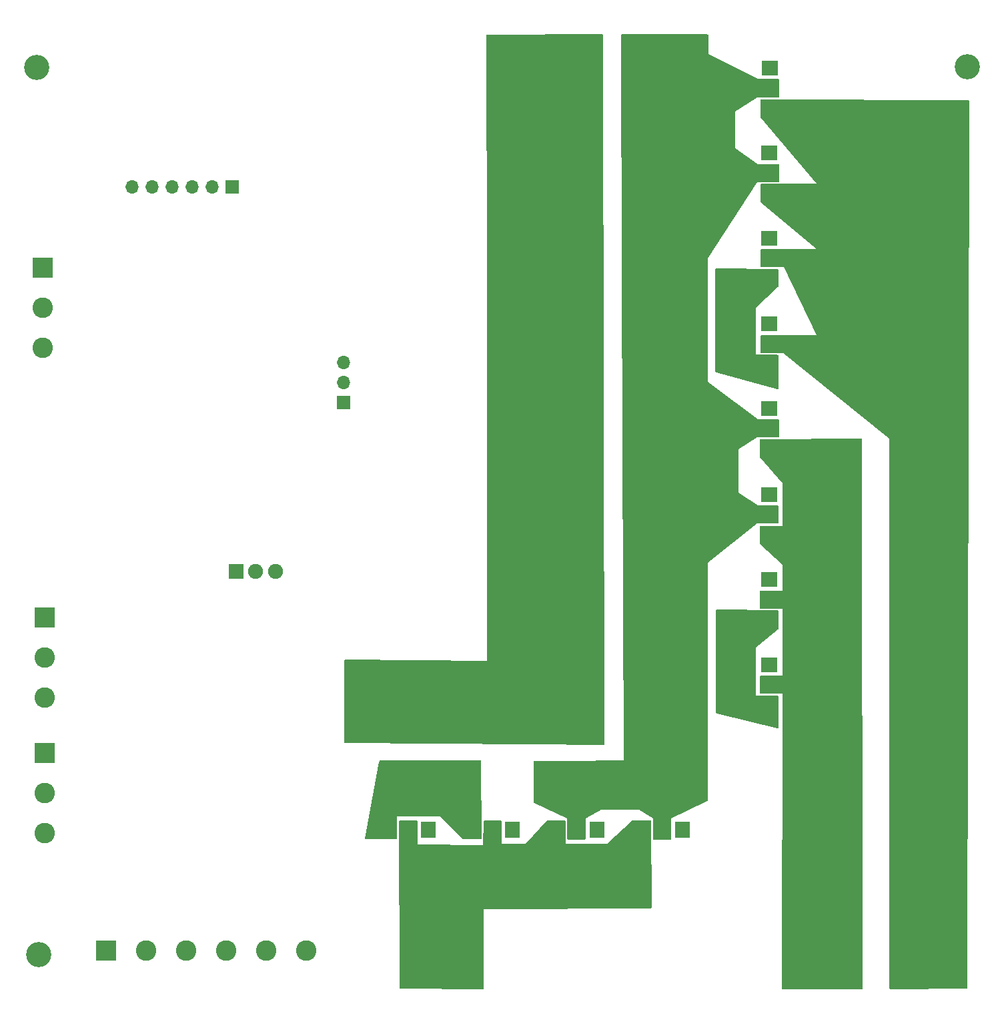
<source format=gbr>
%TF.GenerationSoftware,KiCad,Pcbnew,8.0.9-8.0.9-0~ubuntu24.04.1*%
%TF.CreationDate,2025-06-09T21:45:26+03:00*%
%TF.ProjectId,BLDC Motor Driver,424c4443-204d-46f7-946f-722044726976,rev?*%
%TF.SameCoordinates,Original*%
%TF.FileFunction,Soldermask,Bot*%
%TF.FilePolarity,Negative*%
%FSLAX46Y46*%
G04 Gerber Fmt 4.6, Leading zero omitted, Abs format (unit mm)*
G04 Created by KiCad (PCBNEW 8.0.9-8.0.9-0~ubuntu24.04.1) date 2025-06-09 21:45:26*
%MOMM*%
%LPD*%
G01*
G04 APERTURE LIST*
%ADD10R,1.700000X1.700000*%
%ADD11O,1.700000X1.700000*%
%ADD12C,3.200000*%
%ADD13R,2.600000X2.600000*%
%ADD14C,2.600000*%
%ADD15R,2.000000X1.905000*%
%ADD16O,2.000000X1.905000*%
%ADD17R,1.905000X2.000000*%
%ADD18O,1.905000X2.000000*%
%ADD19R,1.900000X1.900000*%
%ADD20C,1.900000*%
G04 APERTURE END LIST*
D10*
%TO.C,J5*%
X132400000Y-58200000D03*
D11*
X129860000Y-58200000D03*
X127320000Y-58200000D03*
X124780000Y-58200000D03*
X122240000Y-58200000D03*
X119700000Y-58200000D03*
%TD*%
D12*
%TO.C,H3*%
X107535489Y-43060536D03*
%TD*%
D10*
%TO.C,J6*%
X172477989Y-84213037D03*
%TD*%
D13*
%TO.C,J3*%
X108550000Y-112850000D03*
D14*
X108550000Y-117930000D03*
X108550000Y-123010000D03*
%TD*%
D15*
%TO.C,MOSFET4*%
X200550000Y-75610000D03*
D16*
X200550000Y-78150000D03*
X200550000Y-80690000D03*
%TD*%
D15*
%TO.C,MOSFET8*%
X200490000Y-118810000D03*
D16*
X200490000Y-121350000D03*
X200490000Y-123890000D03*
%TD*%
D15*
%TO.C,MOSFET1*%
X200565000Y-43170000D03*
D16*
X200565000Y-45710000D03*
X200565000Y-48250000D03*
%TD*%
D15*
%TO.C,MOSFET3*%
X200550000Y-53910000D03*
D16*
X200550000Y-56450000D03*
X200550000Y-58990000D03*
%TD*%
D17*
%TO.C,MOSFET11*%
X178645489Y-139755536D03*
D18*
X176105489Y-139755536D03*
X173565489Y-139755536D03*
%TD*%
D17*
%TO.C,MOSFET12*%
X157255489Y-139755536D03*
D18*
X154715489Y-139755536D03*
X152175489Y-139755536D03*
%TD*%
D12*
%TO.C,H4*%
X107800000Y-155600000D03*
%TD*%
D13*
%TO.C,J2*%
X108345000Y-68415000D03*
D14*
X108345000Y-73495000D03*
X108345000Y-78575000D03*
%TD*%
D10*
%TO.C,J7*%
X172522011Y-118781963D03*
%TD*%
D15*
%TO.C,MOSFET7*%
X200500000Y-97220000D03*
D16*
X200500000Y-99760000D03*
X200500000Y-102300000D03*
%TD*%
D17*
%TO.C,MOSFET10*%
X167955489Y-139785536D03*
D18*
X165415489Y-139785536D03*
X162875489Y-139785536D03*
%TD*%
D17*
%TO.C,MOSFET9*%
X189510489Y-139785536D03*
D18*
X186970489Y-139785536D03*
X184430489Y-139785536D03*
%TD*%
D15*
%TO.C,MOSFET2*%
X200550000Y-64710000D03*
D16*
X200550000Y-67250000D03*
X200550000Y-69790000D03*
%TD*%
D13*
%TO.C,J4*%
X116400000Y-155100000D03*
D14*
X121480000Y-155100000D03*
X126560000Y-155100000D03*
X131640000Y-155100000D03*
X136720000Y-155100000D03*
X141800000Y-155100000D03*
%TD*%
D15*
%TO.C,MOSFET5*%
X200520000Y-86300000D03*
D16*
X200520000Y-88840000D03*
X200520000Y-91380000D03*
%TD*%
D10*
%TO.C,J8*%
X148877989Y-120593037D03*
%TD*%
D15*
%TO.C,MOSFET6*%
X200500000Y-108020000D03*
D16*
X200500000Y-110560000D03*
X200500000Y-113100000D03*
%TD*%
D19*
%TO.C,S1*%
X132850000Y-106938750D03*
D20*
X135350000Y-106938750D03*
X137850000Y-106938750D03*
%TD*%
D10*
%TO.C,J9*%
X146500000Y-85600000D03*
D11*
X146500000Y-83060000D03*
X146500000Y-80520000D03*
%TD*%
D12*
%TO.C,H2*%
X225700000Y-43000000D03*
%TD*%
D13*
%TO.C,J10*%
X108600000Y-129970000D03*
D14*
X108600000Y-135050000D03*
X108600000Y-140130000D03*
%TD*%
G36*
X179384498Y-38859909D02*
G01*
X179430466Y-38912527D01*
X179441867Y-38962606D01*
X179469986Y-40809080D01*
X179470000Y-40810968D01*
X179470000Y-40879874D01*
X179649745Y-128835490D01*
X179630197Y-128902569D01*
X179577487Y-128948432D01*
X179525489Y-128959743D01*
X170021446Y-128940126D01*
X169987990Y-128930227D01*
X146683225Y-128741000D01*
X146616348Y-128720772D01*
X146571023Y-128667598D01*
X146560232Y-128616770D01*
X146579763Y-118285071D01*
X146599574Y-118218068D01*
X146652465Y-118172413D01*
X146705065Y-118161312D01*
X164680000Y-118349999D01*
X164670000Y-53599999D01*
X164634744Y-53552992D01*
X164610267Y-53487550D01*
X164609943Y-53478761D01*
X164590169Y-39023669D01*
X164609762Y-38956602D01*
X164662503Y-38910775D01*
X164713668Y-38899500D01*
X179317380Y-38840495D01*
X179384498Y-38859909D01*
G37*
G36*
X192653406Y-69469685D02*
G01*
X192699161Y-69522489D01*
X192710366Y-69574362D01*
X192709999Y-69699865D01*
X192710000Y-69699866D01*
X192700000Y-82910000D01*
X199099999Y-87700000D01*
X201676000Y-87700000D01*
X201743039Y-87719685D01*
X201788794Y-87772489D01*
X201800000Y-87824000D01*
X201800000Y-89876000D01*
X201780315Y-89943039D01*
X201727511Y-89988794D01*
X201676000Y-90000000D01*
X199000000Y-90000000D01*
X196600000Y-91450000D01*
X196600000Y-96969999D01*
X199099999Y-98599999D01*
X199100001Y-98600000D01*
X201576000Y-98600000D01*
X201643039Y-98619685D01*
X201688794Y-98672489D01*
X201700000Y-98724000D01*
X201700000Y-100776000D01*
X201680315Y-100843039D01*
X201627511Y-100888794D01*
X201576000Y-100900000D01*
X199000000Y-100900000D01*
X192700000Y-105919999D01*
X192709974Y-136021670D01*
X192690312Y-136088716D01*
X192639276Y-136133670D01*
X188110001Y-138289998D01*
X188110000Y-138290000D01*
X188110000Y-140906000D01*
X188090315Y-140973039D01*
X188037511Y-141018794D01*
X187986000Y-141030000D01*
X185933550Y-141030000D01*
X185866511Y-141010315D01*
X185820756Y-140957511D01*
X185809551Y-140906451D01*
X185799999Y-138279999D01*
X184053686Y-137181254D01*
X183621249Y-137181919D01*
X183555024Y-137162873D01*
X182438636Y-136460465D01*
X182438632Y-136460464D01*
X181024899Y-136469585D01*
X181024897Y-136469585D01*
X179745036Y-137172655D01*
X179685525Y-137187974D01*
X179196537Y-137188727D01*
X177210000Y-138279999D01*
X177210000Y-140865459D01*
X177190315Y-140932498D01*
X177137511Y-140978253D01*
X177085461Y-140989458D01*
X175032967Y-140980534D01*
X174966014Y-140960558D01*
X174920489Y-140907556D01*
X174909507Y-140857032D01*
X174899397Y-138334897D01*
X174718831Y-138248004D01*
X174666958Y-138201197D01*
X174648602Y-138136766D01*
X174620497Y-131124497D01*
X174639913Y-131057379D01*
X174692533Y-131011413D01*
X174744496Y-131000000D01*
X174869980Y-131000000D01*
X182050000Y-130969999D01*
X181800000Y-69700000D01*
X181800000Y-69699896D01*
X181799593Y-69574402D01*
X181819060Y-69507299D01*
X181871715Y-69461373D01*
X181923592Y-69450000D01*
X192586367Y-69450000D01*
X192653406Y-69469685D01*
G37*
G36*
X201567569Y-111898450D02*
G01*
X201634354Y-111918981D01*
X201679437Y-111972360D01*
X201690000Y-112022440D01*
X201690000Y-114240241D01*
X201670315Y-114307280D01*
X201643258Y-114337232D01*
X198790000Y-116609999D01*
X198790000Y-122700000D01*
X201566294Y-122700000D01*
X201633333Y-122719685D01*
X201679088Y-122772489D01*
X201690294Y-122823705D01*
X201699624Y-126752108D01*
X201680098Y-126819195D01*
X201627403Y-126865075D01*
X201558269Y-126875182D01*
X201546519Y-126872939D01*
X193884895Y-125022913D01*
X193824348Y-124988043D01*
X193792266Y-124925974D01*
X193790000Y-124902377D01*
X193790000Y-111925579D01*
X193809685Y-111858540D01*
X193862489Y-111812785D01*
X193915569Y-111801589D01*
X201567569Y-111898450D01*
G37*
G36*
X175063275Y-131018876D02*
G01*
X175109251Y-131071488D01*
X175120671Y-131122795D01*
X175159929Y-138326421D01*
X175157678Y-138350625D01*
X175146166Y-138410195D01*
X175127865Y-138455040D01*
X175127056Y-138456264D01*
X175073670Y-138501337D01*
X175004389Y-138510392D01*
X174941211Y-138480554D01*
X174904194Y-138421296D01*
X174899611Y-138388387D01*
X174899397Y-138334897D01*
X170720083Y-136323725D01*
X170668209Y-136276917D01*
X170649852Y-136212223D01*
X170640235Y-131124234D01*
X170659793Y-131057158D01*
X170712510Y-131011303D01*
X170764235Y-131000000D01*
X174869979Y-131000000D01*
X174996154Y-130999472D01*
X175063275Y-131018876D01*
G37*
G36*
X192619912Y-40965699D02*
G01*
X192647712Y-40974559D01*
X192650098Y-40975643D01*
X192654532Y-40977764D01*
X192725116Y-41013271D01*
X192776159Y-41060983D01*
X192793391Y-41124407D01*
X192792799Y-41327168D01*
X199100002Y-44500000D01*
X201676000Y-44500000D01*
X201743039Y-44519685D01*
X201788794Y-44572489D01*
X201800000Y-44624000D01*
X201800000Y-46776000D01*
X201780315Y-46843039D01*
X201727511Y-46888794D01*
X201676000Y-46900000D01*
X199000000Y-46900000D01*
X196200000Y-48609999D01*
X196200000Y-53290000D01*
X199100001Y-55300000D01*
X201676000Y-55300000D01*
X201743039Y-55319685D01*
X201788794Y-55372489D01*
X201800000Y-55424000D01*
X201800000Y-57476000D01*
X201780315Y-57543039D01*
X201727511Y-57588794D01*
X201676000Y-57600000D01*
X199000001Y-57600000D01*
X192717212Y-67228296D01*
X192717212Y-67228297D01*
X192716872Y-67344889D01*
X192696992Y-67411871D01*
X192644055Y-67457471D01*
X192574868Y-67467213D01*
X192511397Y-67438002D01*
X192506154Y-67433160D01*
X192501290Y-67428401D01*
X192473971Y-67388465D01*
X192452636Y-67338503D01*
X192443377Y-67302988D01*
X192440669Y-67277658D01*
X192439968Y-67265189D01*
X192290074Y-41213652D01*
X192292317Y-41189449D01*
X192303810Y-41129878D01*
X192322068Y-41085072D01*
X192348623Y-41044830D01*
X192382637Y-41010422D01*
X192422573Y-40983404D01*
X192467167Y-40964631D01*
X192514398Y-40954954D01*
X192562777Y-40954676D01*
X192619912Y-40965699D01*
G37*
G36*
X163903454Y-130979728D02*
G01*
X163949249Y-131032496D01*
X163960494Y-131083599D01*
X163999502Y-140835504D01*
X163980086Y-140902622D01*
X163927465Y-140948587D01*
X163875503Y-140960000D01*
X161761613Y-140960000D01*
X161694574Y-140940315D01*
X161673630Y-140923378D01*
X158820000Y-138050000D01*
X153310000Y-138050000D01*
X153310000Y-140836301D01*
X153290315Y-140903340D01*
X153237511Y-140949095D01*
X153186302Y-140960301D01*
X149358973Y-140969636D01*
X149291886Y-140950115D01*
X149246003Y-140897422D01*
X149235890Y-140828288D01*
X149236675Y-140823433D01*
X151011487Y-131071717D01*
X151042857Y-131009285D01*
X151103001Y-130973725D01*
X151133387Y-130969920D01*
X163836399Y-130960095D01*
X163903454Y-130979728D01*
G37*
G36*
X174643452Y-138569685D02*
G01*
X174689207Y-138622489D01*
X174700412Y-138673587D01*
X174709999Y-141549999D01*
X174710000Y-141550000D01*
X179939999Y-141550000D01*
X183164439Y-138592616D01*
X183227150Y-138561809D01*
X183248254Y-138560000D01*
X185426555Y-138560000D01*
X185493594Y-138579685D01*
X185539349Y-138632489D01*
X185550554Y-138683443D01*
X185599444Y-149576316D01*
X185580060Y-149643444D01*
X185527462Y-149689435D01*
X185476318Y-149700870D01*
X164290000Y-149850000D01*
X164299876Y-159864826D01*
X164280257Y-159931885D01*
X164227499Y-159977692D01*
X164174830Y-159988944D01*
X153752550Y-159901033D01*
X153685679Y-159880783D01*
X153640371Y-159827595D01*
X153629597Y-159777444D01*
X153560408Y-138684407D01*
X153579872Y-138617303D01*
X153632526Y-138571375D01*
X153684407Y-138560000D01*
X155736000Y-138560000D01*
X155803039Y-138579685D01*
X155848794Y-138632489D01*
X155860000Y-138684000D01*
X155860000Y-141650000D01*
X164240000Y-141659999D01*
X164259204Y-138673740D01*
X164279319Y-138606828D01*
X164332416Y-138561414D01*
X164383740Y-138550538D01*
X166436125Y-138559461D01*
X166503078Y-138579437D01*
X166548603Y-138632439D01*
X166559585Y-138683875D01*
X166549999Y-141549999D01*
X166550000Y-141550000D01*
X169639998Y-141560000D01*
X169640000Y-141559999D01*
X172363144Y-138590196D01*
X172422960Y-138554088D01*
X172454538Y-138550000D01*
X174576413Y-138550000D01*
X174643452Y-138569685D01*
G37*
G36*
X212242413Y-90120127D02*
G01*
X212288573Y-90172577D01*
X212300178Y-90224778D01*
X212399811Y-159838876D01*
X212380222Y-159905943D01*
X212327484Y-159951774D01*
X212275901Y-159963053D01*
X208257114Y-159965976D01*
X208256904Y-159965976D01*
X202224211Y-159960120D01*
X202157190Y-159940370D01*
X202111487Y-159887522D01*
X202100331Y-159835789D01*
X202199999Y-122509999D01*
X199424110Y-122500427D01*
X199357139Y-122480512D01*
X199311567Y-122427550D01*
X199300539Y-122375889D01*
X199309465Y-120323032D01*
X199329441Y-120256079D01*
X199382443Y-120210554D01*
X199433033Y-120199572D01*
X202190000Y-120189999D01*
X202199999Y-111700000D01*
X199424000Y-111700000D01*
X199356961Y-111680315D01*
X199311206Y-111627511D01*
X199300000Y-111576000D01*
X199300000Y-109524000D01*
X199319685Y-109456961D01*
X199372489Y-109411206D01*
X199424000Y-109400000D01*
X202200000Y-109400000D01*
X202200000Y-106100000D01*
X199341224Y-103536959D01*
X199304449Y-103477550D01*
X199300000Y-103444632D01*
X199300000Y-101324000D01*
X199319685Y-101256961D01*
X199372489Y-101211206D01*
X199424000Y-101200000D01*
X202200000Y-101200000D01*
X202200000Y-95800000D01*
X202199999Y-95799999D01*
X199330856Y-92535111D01*
X199301388Y-92471759D01*
X199300000Y-92453257D01*
X199300000Y-90323049D01*
X199319685Y-90256010D01*
X199372489Y-90210255D01*
X199423046Y-90199053D01*
X212175224Y-90100959D01*
X212242413Y-90120127D01*
G37*
G36*
X201577550Y-68598469D02*
G01*
X201644338Y-68618990D01*
X201689429Y-68672361D01*
X201700000Y-68722459D01*
X201700000Y-70844632D01*
X201680315Y-70911671D01*
X201658776Y-70936959D01*
X198800000Y-73500000D01*
X198800000Y-79500000D01*
X201576000Y-79500000D01*
X201643039Y-79519685D01*
X201688794Y-79572489D01*
X201700000Y-79624000D01*
X201700000Y-83737297D01*
X201680315Y-83804336D01*
X201627511Y-83850091D01*
X201558353Y-83860035D01*
X201543121Y-83856858D01*
X193791121Y-81725058D01*
X193731700Y-81688303D01*
X193701584Y-81625256D01*
X193700000Y-81605497D01*
X193700000Y-68625559D01*
X193719685Y-68558520D01*
X193772489Y-68512765D01*
X193825550Y-68501569D01*
X201577550Y-68598469D01*
G37*
G36*
X192675750Y-38859888D02*
G01*
X192742771Y-38879633D01*
X192788479Y-38932478D01*
X192799637Y-38984250D01*
X192792799Y-41327168D01*
X192792800Y-41327169D01*
X192973935Y-41418289D01*
X193024978Y-41466001D01*
X193042210Y-41529425D01*
X192968444Y-66806767D01*
X192948564Y-66873749D01*
X192948292Y-66874168D01*
X192717213Y-67228296D01*
X192717212Y-67228298D01*
X192709999Y-69699864D01*
X192710000Y-69699865D01*
X192709905Y-69826093D01*
X192690170Y-69893118D01*
X192637332Y-69938833D01*
X192585905Y-69950000D01*
X181924515Y-69950000D01*
X181857476Y-69930315D01*
X181811721Y-69877511D01*
X181800516Y-69826506D01*
X181800000Y-69700000D01*
X181800000Y-69699896D01*
X181700403Y-38974514D01*
X181719870Y-38907411D01*
X181772525Y-38861485D01*
X181824514Y-38850112D01*
X192675750Y-38859888D01*
G37*
G36*
X225776248Y-47199533D02*
G01*
X225843213Y-47219470D01*
X225888768Y-47272447D01*
X225899780Y-47323752D01*
X225700218Y-159776842D01*
X225680414Y-159843846D01*
X225627529Y-159889508D01*
X225576843Y-159900620D01*
X215904607Y-159949371D01*
X215837469Y-159930025D01*
X215791449Y-159877452D01*
X215779982Y-159825391D01*
X215770000Y-90170001D01*
X215769999Y-90169999D01*
X202340000Y-79310000D01*
X199524000Y-79310000D01*
X199456961Y-79290315D01*
X199411206Y-79237511D01*
X199400000Y-79186000D01*
X199400000Y-77134000D01*
X199419685Y-77066961D01*
X199472489Y-77021206D01*
X199524000Y-77010000D01*
X206500000Y-77010000D01*
X206499999Y-77009999D01*
X202400000Y-68400000D01*
X199524540Y-68400000D01*
X199457501Y-68380315D01*
X199411746Y-68327511D01*
X199400541Y-68275461D01*
X199409463Y-66223461D01*
X199429439Y-66156508D01*
X199482441Y-66110983D01*
X199533462Y-66100000D01*
X206500001Y-66100000D01*
X206500000Y-66099999D01*
X199443963Y-60137151D01*
X199405464Y-60078845D01*
X199400000Y-60042441D01*
X199400000Y-57924000D01*
X199419685Y-57856961D01*
X199472489Y-57811206D01*
X199524000Y-57800000D01*
X206499999Y-57800000D01*
X199429297Y-49434661D01*
X199401055Y-49370754D01*
X199400000Y-49354615D01*
X199400000Y-47224468D01*
X199419685Y-47157429D01*
X199472489Y-47111674D01*
X199524468Y-47100469D01*
X225776248Y-47199533D01*
G37*
G36*
X182520377Y-135962309D02*
G01*
X182591967Y-135976070D01*
X182615700Y-135983151D01*
X184953743Y-136944126D01*
X184975212Y-136955526D01*
X185025747Y-136989093D01*
X185060052Y-137023211D01*
X185086949Y-137063228D01*
X185105586Y-137107877D01*
X185115121Y-137155139D01*
X185115253Y-137203523D01*
X185105975Y-137250837D01*
X185087583Y-137295583D01*
X185060907Y-137335745D01*
X185026788Y-137370052D01*
X184986771Y-137396949D01*
X184942121Y-137415586D01*
X184882724Y-137427569D01*
X184858392Y-137430018D01*
X184485927Y-137430590D01*
X184419702Y-137411544D01*
X184053686Y-137181255D01*
X179196539Y-137188727D01*
X178767959Y-137424160D01*
X178708465Y-137439478D01*
X178704297Y-137439485D01*
X178637225Y-137419913D01*
X178591381Y-137367186D01*
X178581322Y-137298044D01*
X178610240Y-137234440D01*
X178644387Y-137206804D01*
X180828923Y-136006766D01*
X180851274Y-135997206D01*
X180917917Y-135976154D01*
X180948075Y-135970604D01*
X180955200Y-135970190D01*
X180961593Y-135969984D01*
X182496170Y-135960083D01*
X182520377Y-135962309D01*
G37*
G36*
X178095332Y-137591124D02*
G01*
X178137345Y-137646951D01*
X178142506Y-137716630D01*
X178109176Y-137778038D01*
X178106185Y-137780945D01*
X178100336Y-137786441D01*
X178075126Y-137804756D01*
X177318680Y-138220297D01*
X177250445Y-138235322D01*
X177184919Y-138211071D01*
X177150283Y-138171293D01*
X177149320Y-138169539D01*
X177134311Y-138101300D01*
X177158577Y-138035780D01*
X177198313Y-138001181D01*
X177961571Y-137581898D01*
X178029806Y-137566873D01*
X178095332Y-137591124D01*
G37*
M02*

</source>
